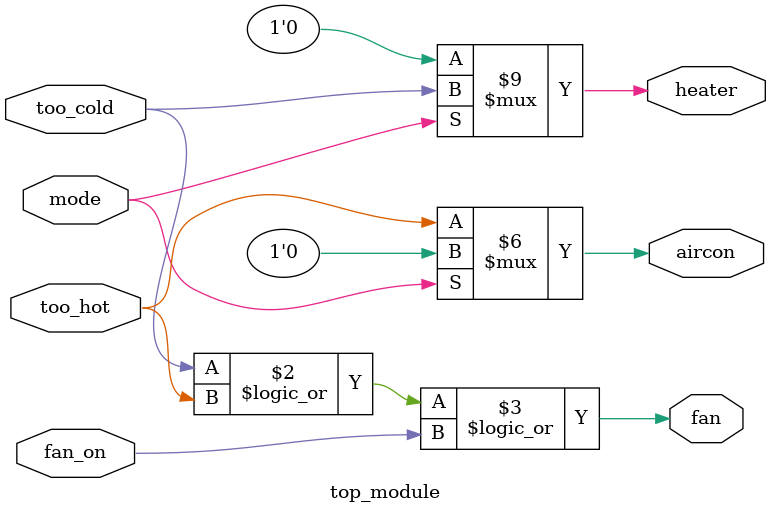
<source format=sv>
module top_module(
    input mode,
    input too_cold, 
    input too_hot,
    input fan_on,
    output reg heater,
    output reg aircon,
    output reg fan
);

always @(*) begin
    // Set the fan output
    fan = (too_cold || too_hot || fan_on);
    
    // Set the heater output
    if (mode) begin
        heater = too_cold;
    end else begin
        heater = 0;
    end
    
    // Set the aircon output
    if (!mode) begin
        aircon = too_hot;
    end else begin
        aircon = 0;
    end
end

endmodule

</source>
